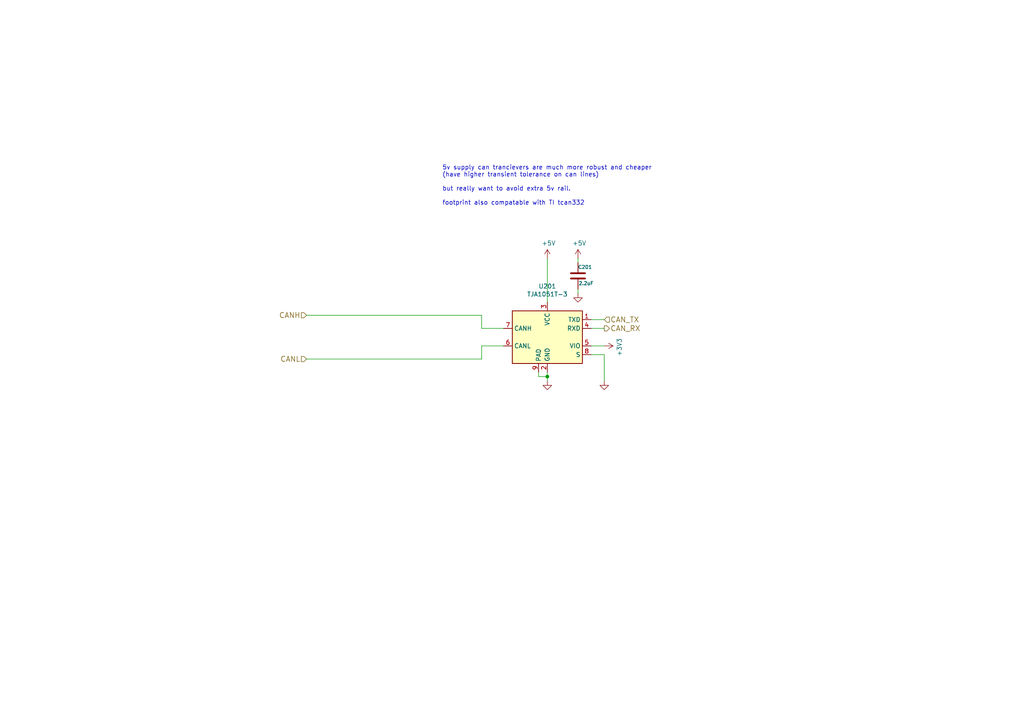
<source format=kicad_sch>
(kicad_sch (version 20230121) (generator eeschema)
  (paper "A4")
  (title_block (title "Moxie-Drive 24, vesc compatable motor controller") (date "2020-07-01") (rev "1.0") (company "Marshall Scholz"))
  (lib_symbols
    (symbol "24_control_board-rescue:C-Device-MoxiE_Control_board-rescue" (pin_numbers hide) (pin_names (offset 0.254))
      (property "Reference" "C" (at 0.635 2.54 0))
      (property "Value" "C-Device-MoxiE_Control_board-rescue" (at 0.635 -2.54 0))
      (symbol "C-Device-MoxiE_Control_board-rescue_0_1"
        (polyline (pts (xy -2.032 -0.762) (xy 2.032 -0.762)) (stroke (width 0.508)))
        (polyline (pts (xy -2.032 0.762) (xy 2.032 0.762)) (stroke (width 0.508)))
      )
      (symbol "C-Device-MoxiE_Control_board-rescue_1_1"
        (pin passive line (at 0 3.81 270) (length 2.794) (name "~") (number "1"))
        (pin passive line (at 0 -3.81 90) (length 2.794) (name "~") (number "2"))
      )
    )
    (symbol "24_control_board-rescue:GND-power-MoxiE_Control_board-rescue" (power) (pin_names (offset 0))
      (property "Value" "GND-power-MoxiE_Control_board-rescue" (at 0 -3.81 0))
      (symbol "GND-power-MoxiE_Control_board-rescue_0_1"
        (polyline (pts (xy 0 0) (xy 0 -1.27) (xy 1.27 -1.27) (xy 0 -2.54) (xy -1.27 -1.27) (xy 0 -1.27)))
      )
      (symbol "GND-power-MoxiE_Control_board-rescue_1_1"
        (pin power_in line (at 0 0 270) (length 0) hide (name "GND") (number "1"))
      )
    )
    (symbol "Interface_CAN_LIN:TJA1051T-3"
      (property "Reference" "U201" (at 0 14.7574 0))
      (property "Value" "TJA1051T-3" (at 0 12.446 0))
      (symbol "TJA1051T-3_0_1"
        (rectangle (start -10.16 7.62) (end 10.16 -7.62) (stroke (width 0.254)) (fill (type background)))
      )
      (symbol "TJA1051T-3_1_1"
        (pin input line (at -12.7 5.08 0) (length 2.54) (name "TXD") (number "1"))
        (pin power_in line (at 0 -10.16 90) (length 2.54) (name "GND") (number "2"))
        (pin power_in line (at 0 10.16 270) (length 2.54) (name "VCC") (number "3"))
        (pin output line (at -12.7 2.54 0) (length 2.54) (name "RXD") (number "4"))
        (pin power_in line (at -12.7 -2.54 0) (length 2.54) (name "VIO") (number "5"))
        (pin bidirectional line (at 12.7 -2.54 180) (length 2.54) (name "CANL") (number "6"))
        (pin bidirectional line (at 12.7 2.54 180) (length 2.54) (name "CANH") (number "7"))
        (pin input line (at -12.7 -5.08 0) (length 2.54) (name "S") (number "8"))
        (pin power_in line (at 2.54 -10.16 90) (length 2.54) (name "PAD") (number "9"))
      )
    )
    (symbol "power:+3.3V" (power) (pin_names (offset 0))
      (property "Value" "+3.3V" (at 0 3.556 0))
      (symbol "+3.3V_0_1"
        (polyline (pts (xy -0.762 1.27) (xy 0 2.54)))
        (polyline (pts (xy 0 0) (xy 0 2.54)))
        (polyline (pts (xy 0 2.54) (xy 0.762 1.27)))
      )
      (symbol "+3.3V_1_1"
        (pin power_in line (at 0 0 90) (length 0) hide (name "+3V3") (number "1"))
      )
    )
    (symbol "power:+5V" (power) (pin_names (offset 0))
      (property "Value" "+5V" (at 0 3.556 0))
      (symbol "+5V_0_1"
        (polyline (pts (xy -0.762 1.27) (xy 0 2.54)))
        (polyline (pts (xy 0 0) (xy 0 2.54)))
        (polyline (pts (xy 0 2.54) (xy 0.762 1.27)))
      )
      (symbol "+5V_1_1"
        (pin power_in line (at 0 0 90) (length 0) hide (name "+5V") (number "1"))
      )
    )
  )
  (junction (at 158.75 109.22))
  (wire (pts (xy 139.7 100.33) (xy 146.05 100.33)))
  (wire (pts (xy 139.7 95.25) (xy 139.7 91.44)))
  (wire (pts (xy 156.21 109.22) (xy 158.75 109.22)))
  (wire (pts (xy 167.64 74.93) (xy 167.64 76.2)))
  (wire (pts (xy 158.75 87.63) (xy 158.75 74.93)))
  (wire (pts (xy 171.45 95.25) (xy 175.26 95.25)))
  (wire (pts (xy 156.21 107.95) (xy 156.21 109.22)))
  (wire (pts (xy 171.45 100.33) (xy 175.26 100.33)))
  (wire (pts (xy 88.9 91.44) (xy 139.7 91.44)))
  (wire (pts (xy 167.64 83.82) (xy 167.64 85.09)))
  (wire (pts (xy 175.26 102.87) (xy 171.45 102.87)))
  (wire (pts (xy 88.9 104.14) (xy 139.7 104.14)))
  (wire (pts (xy 158.75 107.95) (xy 158.75 109.22)))
  (wire (pts (xy 146.05 95.25) (xy 139.7 95.25)))
  (wire (pts (xy 158.75 109.22) (xy 158.75 110.49)))
  (wire (pts (xy 175.26 92.71) (xy 171.45 92.71)))
  (wire (pts (xy 175.26 102.87) (xy 175.26 110.49)))
  (wire (pts (xy 139.7 104.14) (xy 139.7 100.33)))
  (text "5v supply can trancievers are much more robust and cheaper\n(have higher transient tolerance on can lines)\n\nbut really want to avoid extra 5v rail.\n\nfootprint also compatable with TI tcan332" (at 128.27 59.69 0) (effects (font (size 1.27 1.27)) (justify left bottom)))
  (hierarchical_label "CAN_RX" (shape output) (at 175.26 95.25 0) (effects (font (size 1.524 1.524))))
  (hierarchical_label "CANH" (shape input) (at 88.9 91.44 180) (effects (font (size 1.524 1.524))))
  (hierarchical_label "CAN_TX" (shape input) (at 175.26 92.71 0) (effects (font (size 1.524 1.524))))
  (hierarchical_label "CANL" (shape input) (at 88.9 104.14 180) (effects (font (size 1.524 1.524))))
  (symbol (lib_id "24_control_board-rescue:C-Device-MoxiE_Control_board-rescue") (at 167.64 80.01 0) (unit 1)
    (property "Reference" "C201" (at 167.64 77.47 0) (effects (font (size 1.016 1.016)) (justify left)))
    (property "Value" "2.2uF" (at 167.7924 82.169 0) (effects (font (size 1.016 1.016)) (justify left)))
    (property "Footprint" "pkl_dipol:C_0402" (effects hide))
  )
  (symbol (lib_id "24_control_board-rescue:GND-power-MoxiE_Control_board-rescue") (at 167.64 85.09 0) (unit 1)
    (property "Reference" "#PWR0204" (effects hide))
    (property "Value" "GND" (effects hide))
  )
  (symbol (lib_id "24_control_board-rescue:GND-power-MoxiE_Control_board-rescue") (at 158.75 110.49 0) (unit 1)
    (property "Reference" "#PWR0202" (effects hide))
    (property "Value" "GND" (effects hide))
  )
  (symbol (lib_id "power:+3.3V") (at 175.26 100.33 270) (unit 1)
    (property "Reference" "#PWR0205" (effects hide))
    (property "Value" "+3.3V" (at 179.6542 100.711 0))
  )
  (symbol (lib_id "24_control_board-rescue:GND-power-MoxiE_Control_board-rescue") (at 175.26 110.49 0) (unit 1)
    (property "Reference" "#PWR0206" (effects hide))
    (property "Value" "GND" (effects hide))
  )
  (symbol (lib_id "power:+5V") (at 158.75 74.93 0) (unit 1)
    (property "Reference" "#PWR0201" (effects hide))
    (property "Value" "+5V" (at 159.131 70.5358 0))
  )
  (symbol (lib_id "Interface_CAN_LIN:TJA1051T-3") (at 158.75 97.79 0) (mirror y) (unit 1)
    (property "Reference" "U201" (at 158.75 83.0326 0))
    (property "Value" "TJA1051T-3" (at 158.75 85.344 0))
    (property "Footprint" "Package_DFN_QFN:DFN-8-1EP_3x3mm_P0.65mm_EP1.7x2.05mm" (effects hide))
    (property "Datasheet" "http://www.nxp.com/documents/data_sheet/TJA1051.pdf" (effects hide))
  )
  (symbol (lib_id "power:+5V") (at 167.64 74.93 0) (unit 1)
    (property "Reference" "#PWR0203" (effects hide))
    (property "Value" "+5V" (at 168.021 70.5358 0))
  )
)
</source>
